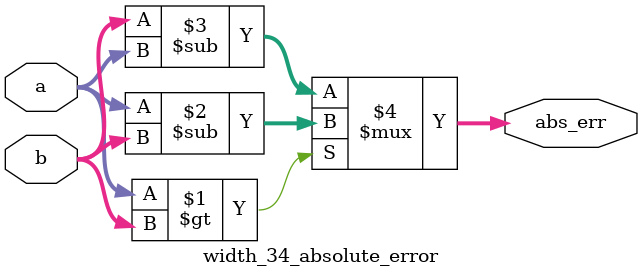
<source format=v>
module width_34_absolute_error(a, b, abs_err);
parameter _bit = 34;
input [_bit - 1: 0] a;
input [_bit - 1: 0] b;
output reg [_bit - 1: 0] abs_err;
assign abs_err = (a > b)? (a - b): (b - a);
endmodule

</source>
